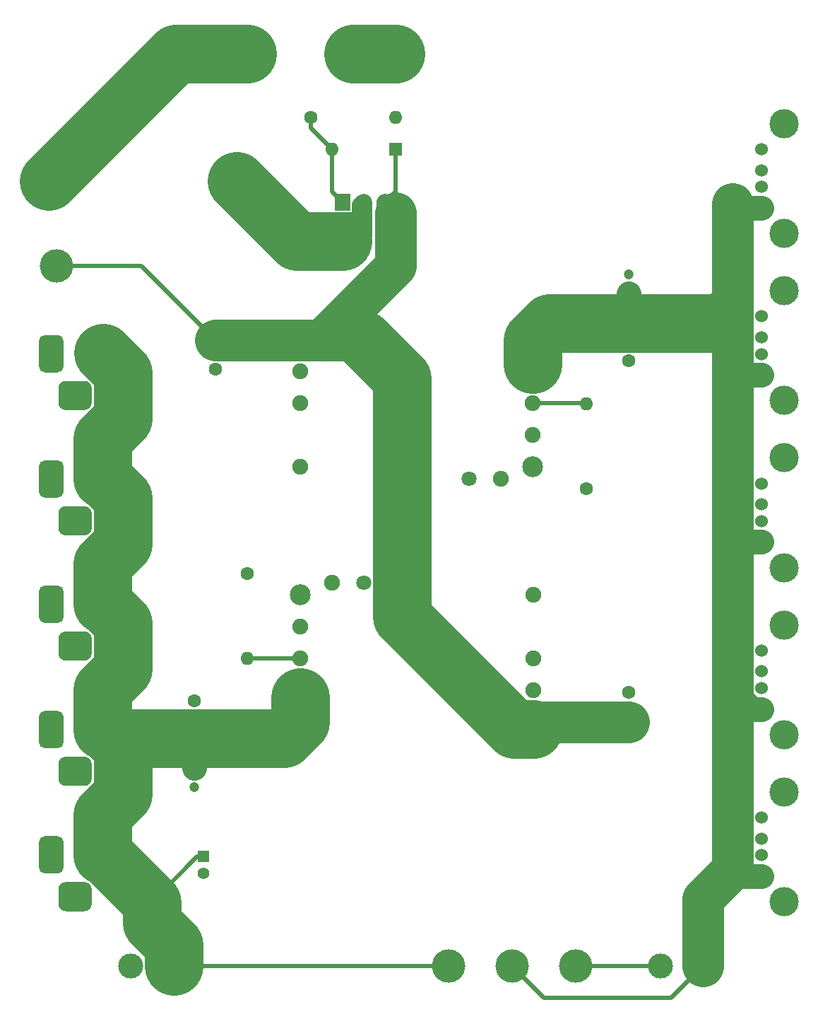
<source format=gtl>
%TF.GenerationSoftware,KiCad,Pcbnew,5.1.12-84ad8e8a86~92~ubuntu20.04.1*%
%TF.CreationDate,2021-11-20T18:36:58+00:00*%
%TF.ProjectId,single,73696e67-6c65-42e6-9b69-6361645f7063,rev?*%
%TF.SameCoordinates,Original*%
%TF.FileFunction,Copper,L1,Top*%
%TF.FilePolarity,Positive*%
%FSLAX46Y46*%
G04 Gerber Fmt 4.6, Leading zero omitted, Abs format (unit mm)*
G04 Created by KiCad (PCBNEW 5.1.12-84ad8e8a86~92~ubuntu20.04.1) date 2021-11-20 18:36:58*
%MOMM*%
%LPD*%
G01*
G04 APERTURE LIST*
%TA.AperFunction,ComponentPad*%
%ADD10C,1.524000*%
%TD*%
%TA.AperFunction,ComponentPad*%
%ADD11R,1.524000X1.524000*%
%TD*%
%TA.AperFunction,ComponentPad*%
%ADD12C,3.500000*%
%TD*%
%TA.AperFunction,ComponentPad*%
%ADD13O,1.600000X1.600000*%
%TD*%
%TA.AperFunction,ComponentPad*%
%ADD14C,1.600000*%
%TD*%
%TA.AperFunction,ComponentPad*%
%ADD15C,1.400000*%
%TD*%
%TA.AperFunction,ComponentPad*%
%ADD16R,1.400000X1.400000*%
%TD*%
%TA.AperFunction,ComponentPad*%
%ADD17C,3.200000*%
%TD*%
%TA.AperFunction,ComponentPad*%
%ADD18C,1.900000*%
%TD*%
%TA.AperFunction,ComponentPad*%
%ADD19C,1.800000*%
%TD*%
%TA.AperFunction,ComponentPad*%
%ADD20C,2.500000*%
%TD*%
%TA.AperFunction,ComponentPad*%
%ADD21C,3.000000*%
%TD*%
%TA.AperFunction,ComponentPad*%
%ADD22R,3.000000X3.000000*%
%TD*%
%TA.AperFunction,ComponentPad*%
%ADD23R,1.600000X1.600000*%
%TD*%
%TA.AperFunction,ComponentPad*%
%ADD24R,3.500000X4.500000*%
%TD*%
%TA.AperFunction,ComponentPad*%
%ADD25C,1.200000*%
%TD*%
%TA.AperFunction,ComponentPad*%
%ADD26R,1.200000X1.200000*%
%TD*%
%TA.AperFunction,SMDPad,CuDef*%
%ADD27C,4.000000*%
%TD*%
%TA.AperFunction,ComponentPad*%
%ADD28O,1.905000X2.000000*%
%TD*%
%TA.AperFunction,ComponentPad*%
%ADD29R,1.905000X2.000000*%
%TD*%
%TA.AperFunction,Conductor*%
%ADD30C,0.500000*%
%TD*%
%TA.AperFunction,Conductor*%
%ADD31C,2.000000*%
%TD*%
%TA.AperFunction,Conductor*%
%ADD32C,5.000000*%
%TD*%
%TA.AperFunction,Conductor*%
%ADD33C,7.000000*%
%TD*%
%TA.AperFunction,Conductor*%
%ADD34C,3.000000*%
%TD*%
G04 APERTURE END LIST*
D10*
%TO.P,USB4,4*%
%TO.N,GND*%
X109920000Y-56890000D03*
%TO.P,USB4,3*%
%TO.N,Net-(USB4-Pad3)*%
X109920000Y-59390000D03*
%TO.P,USB4,2*%
%TO.N,Net-(USB4-Pad2)*%
X109920000Y-61390000D03*
D11*
%TO.P,USB4,1*%
%TO.N,5V*%
X109920000Y-63890000D03*
D12*
%TO.P,USB4,5*%
%TO.N,GND*%
X112630000Y-66960000D03*
X112630000Y-53820000D03*
%TD*%
D13*
%TO.P,R2,2*%
%TO.N,Net-(Convert_5V1-Pad6)*%
X88900000Y-67310000D03*
D14*
%TO.P,R2,1*%
%TO.N,GND*%
X88900000Y-77470000D03*
%TD*%
D15*
%TO.P,FAN_12V1,2*%
%TO.N,GND*%
X43070000Y-123540000D03*
D16*
%TO.P,FAN_12V1,1*%
%TO.N,12V*%
X43070000Y-121540000D03*
%TD*%
D17*
%TO.P,F1,1*%
%TO.N,Net-(F1-Pad1)*%
X46990000Y-40640000D03*
%TO.P,F1,2*%
%TO.N,Net-(F1-Pad2)*%
X24490000Y-40640000D03*
%TD*%
D18*
%TO.P,Convert_5V1,34*%
%TO.N,Net-(Convert_5V1-Pad34)*%
X54610000Y-63490000D03*
%TO.P,Convert_5V1,33*%
%TO.N,Net-(Convert_5V1-Pad33)*%
X78710000Y-76290000D03*
D19*
%TO.P,Convert_5V1,32*%
%TO.N,Net-(Convert_5V1-Pad32)*%
X74910000Y-76290000D03*
D20*
%TO.P,Convert_5V1,8*%
%TO.N,5V*%
X82510000Y-59690000D03*
D18*
%TO.P,Convert_5V1,7*%
X82510000Y-63490000D03*
%TO.P,Convert_5V1,6*%
%TO.N,Net-(Convert_5V1-Pad6)*%
X82510000Y-67290000D03*
%TO.P,Convert_5V1,5*%
%TO.N,Net-(Convert_5V1-Pad5)*%
X82510000Y-71090000D03*
D20*
%TO.P,Convert_5V1,4*%
%TO.N,GND*%
X82510000Y-74890000D03*
D18*
%TO.P,Convert_5V1,3*%
X54610000Y-74890000D03*
%TO.P,Convert_5V1,2*%
X54610000Y-67290000D03*
%TO.P,Convert_5V1,1*%
%TO.N,24V*%
X54610000Y-59690000D03*
%TD*%
D10*
%TO.P,USB5,4*%
%TO.N,GND*%
X109920000Y-36890000D03*
%TO.P,USB5,3*%
%TO.N,Net-(USB5-Pad3)*%
X109920000Y-39390000D03*
%TO.P,USB5,2*%
%TO.N,Net-(USB5-Pad2)*%
X109920000Y-41390000D03*
D11*
%TO.P,USB5,1*%
%TO.N,5V*%
X109920000Y-43890000D03*
D12*
%TO.P,USB5,5*%
%TO.N,GND*%
X112630000Y-46960000D03*
X112630000Y-33820000D03*
%TD*%
D10*
%TO.P,USB1,4*%
%TO.N,GND*%
X109920000Y-116890000D03*
%TO.P,USB1,3*%
%TO.N,Net-(USB1-Pad3)*%
X109920000Y-119390000D03*
%TO.P,USB1,2*%
%TO.N,Net-(USB1-Pad2)*%
X109920000Y-121390000D03*
D11*
%TO.P,USB1,1*%
%TO.N,5V*%
X109920000Y-123890000D03*
D12*
%TO.P,USB1,5*%
%TO.N,GND*%
X112630000Y-126960000D03*
X112630000Y-113820000D03*
%TD*%
D21*
%TO.P,OUT_5V1,2*%
%TO.N,GND*%
X97790000Y-134620000D03*
D22*
%TO.P,OUT_5V1,1*%
%TO.N,5V*%
X102870000Y-134620000D03*
%TD*%
D14*
%TO.P,C3,2*%
%TO.N,GND*%
X93980000Y-62190000D03*
D23*
%TO.P,C3,1*%
%TO.N,5V*%
X93980000Y-59690000D03*
%TD*%
D21*
%TO.P,OUT_12V1,2*%
%TO.N,GND*%
X34290000Y-134620000D03*
D22*
%TO.P,OUT_12V1,1*%
%TO.N,12V*%
X39370000Y-134620000D03*
%TD*%
D14*
%TO.P,C6,2*%
%TO.N,GND*%
X41910000Y-102910000D03*
D23*
%TO.P,C6,1*%
%TO.N,12V*%
X41910000Y-105410000D03*
%TD*%
D21*
%TO.P,IN_24V+1,2*%
%TO.N,Net-(F1-Pad2)*%
X48260000Y-25400000D03*
D22*
%TO.P,IN_24V+1,1*%
X43180000Y-25400000D03*
%TD*%
%TO.P,DC2,2*%
%TO.N,Net-(DC2-Pad2)*%
%TA.AperFunction,ComponentPad*%
G36*
G01*
X25650000Y-112225000D02*
X25650000Y-110475000D01*
G75*
G02*
X26525000Y-109600000I875000J0D01*
G01*
X28775000Y-109600000D01*
G75*
G02*
X29650000Y-110475000I0J-875000D01*
G01*
X29650000Y-112225000D01*
G75*
G02*
X28775000Y-113100000I-875000J0D01*
G01*
X26525000Y-113100000D01*
G75*
G02*
X25650000Y-112225000I0J875000D01*
G01*
G37*
%TD.AperFunction*%
%TO.P,DC2,3*%
%TO.N,GND*%
%TA.AperFunction,ComponentPad*%
G36*
G01*
X23300000Y-107850000D02*
X23300000Y-104850000D01*
G75*
G02*
X24050000Y-104100000I750000J0D01*
G01*
X25550000Y-104100000D01*
G75*
G02*
X26300000Y-104850000I0J-750000D01*
G01*
X26300000Y-107850000D01*
G75*
G02*
X25550000Y-108600000I-750000J0D01*
G01*
X24050000Y-108600000D01*
G75*
G02*
X23300000Y-107850000I0J750000D01*
G01*
G37*
%TD.AperFunction*%
D24*
%TO.P,DC2,1*%
%TO.N,12V*%
X30950000Y-106350000D03*
%TD*%
%TO.P,DC4,2*%
%TO.N,Net-(DC4-Pad2)*%
%TA.AperFunction,ComponentPad*%
G36*
G01*
X25650000Y-82225000D02*
X25650000Y-80475000D01*
G75*
G02*
X26525000Y-79600000I875000J0D01*
G01*
X28775000Y-79600000D01*
G75*
G02*
X29650000Y-80475000I0J-875000D01*
G01*
X29650000Y-82225000D01*
G75*
G02*
X28775000Y-83100000I-875000J0D01*
G01*
X26525000Y-83100000D01*
G75*
G02*
X25650000Y-82225000I0J875000D01*
G01*
G37*
%TD.AperFunction*%
%TO.P,DC4,3*%
%TO.N,GND*%
%TA.AperFunction,ComponentPad*%
G36*
G01*
X23300000Y-77850000D02*
X23300000Y-74850000D01*
G75*
G02*
X24050000Y-74100000I750000J0D01*
G01*
X25550000Y-74100000D01*
G75*
G02*
X26300000Y-74850000I0J-750000D01*
G01*
X26300000Y-77850000D01*
G75*
G02*
X25550000Y-78600000I-750000J0D01*
G01*
X24050000Y-78600000D01*
G75*
G02*
X23300000Y-77850000I0J750000D01*
G01*
G37*
%TD.AperFunction*%
%TO.P,DC4,1*%
%TO.N,12V*%
X30950000Y-76350000D03*
%TD*%
%TO.P,DC1,2*%
%TO.N,Net-(DC1-Pad2)*%
%TA.AperFunction,ComponentPad*%
G36*
G01*
X25650000Y-127225000D02*
X25650000Y-125475000D01*
G75*
G02*
X26525000Y-124600000I875000J0D01*
G01*
X28775000Y-124600000D01*
G75*
G02*
X29650000Y-125475000I0J-875000D01*
G01*
X29650000Y-127225000D01*
G75*
G02*
X28775000Y-128100000I-875000J0D01*
G01*
X26525000Y-128100000D01*
G75*
G02*
X25650000Y-127225000I0J875000D01*
G01*
G37*
%TD.AperFunction*%
%TO.P,DC1,3*%
%TO.N,GND*%
%TA.AperFunction,ComponentPad*%
G36*
G01*
X23300000Y-122850000D02*
X23300000Y-119850000D01*
G75*
G02*
X24050000Y-119100000I750000J0D01*
G01*
X25550000Y-119100000D01*
G75*
G02*
X26300000Y-119850000I0J-750000D01*
G01*
X26300000Y-122850000D01*
G75*
G02*
X25550000Y-123600000I-750000J0D01*
G01*
X24050000Y-123600000D01*
G75*
G02*
X23300000Y-122850000I0J750000D01*
G01*
G37*
%TD.AperFunction*%
%TO.P,DC1,1*%
%TO.N,12V*%
X30950000Y-121350000D03*
%TD*%
D13*
%TO.P,R3,2*%
%TO.N,Net-(Convert_12V1-Pad6)*%
X48260000Y-97790000D03*
D14*
%TO.P,R3,1*%
%TO.N,GND*%
X48260000Y-87630000D03*
%TD*%
D18*
%TO.P,Convert_12V1,34*%
%TO.N,Net-(Convert_12V1-Pad34)*%
X82550000Y-101610000D03*
%TO.P,Convert_12V1,33*%
%TO.N,Net-(Convert_12V1-Pad33)*%
X58450000Y-88810000D03*
D19*
%TO.P,Convert_12V1,32*%
%TO.N,Net-(Convert_12V1-Pad32)*%
X62250000Y-88810000D03*
D20*
%TO.P,Convert_12V1,8*%
%TO.N,12V*%
X54650000Y-105410000D03*
D18*
%TO.P,Convert_12V1,7*%
X54650000Y-101610000D03*
%TO.P,Convert_12V1,6*%
%TO.N,Net-(Convert_12V1-Pad6)*%
X54650000Y-97810000D03*
%TO.P,Convert_12V1,5*%
%TO.N,Net-(Convert_12V1-Pad5)*%
X54650000Y-94010000D03*
D20*
%TO.P,Convert_12V1,4*%
%TO.N,GND*%
X54650000Y-90210000D03*
D18*
%TO.P,Convert_12V1,3*%
X82550000Y-90210000D03*
%TO.P,Convert_12V1,2*%
X82550000Y-97810000D03*
%TO.P,Convert_12V1,1*%
%TO.N,24V*%
X82550000Y-105410000D03*
%TD*%
D25*
%TO.P,C2,2*%
%TO.N,GND*%
X93980000Y-51840000D03*
D26*
%TO.P,C2,1*%
%TO.N,5V*%
X93980000Y-53340000D03*
%TD*%
D10*
%TO.P,USB2,4*%
%TO.N,GND*%
X109920000Y-96890000D03*
%TO.P,USB2,3*%
%TO.N,Net-(USB2-Pad3)*%
X109920000Y-99390000D03*
%TO.P,USB2,2*%
%TO.N,Net-(USB2-Pad2)*%
X109920000Y-101390000D03*
D11*
%TO.P,USB2,1*%
%TO.N,5V*%
X109920000Y-103890000D03*
D12*
%TO.P,USB2,5*%
%TO.N,GND*%
X112630000Y-106960000D03*
X112630000Y-93820000D03*
%TD*%
D10*
%TO.P,USB3,4*%
%TO.N,GND*%
X109920000Y-76890000D03*
%TO.P,USB3,3*%
%TO.N,Net-(USB3-Pad3)*%
X109920000Y-79390000D03*
%TO.P,USB3,2*%
%TO.N,Net-(USB3-Pad2)*%
X109920000Y-81390000D03*
D11*
%TO.P,USB3,1*%
%TO.N,5V*%
X109920000Y-83890000D03*
D12*
%TO.P,USB3,5*%
%TO.N,GND*%
X112630000Y-86960000D03*
X112630000Y-73820000D03*
%TD*%
D14*
%TO.P,C4,2*%
%TO.N,GND*%
X93980000Y-101910000D03*
D23*
%TO.P,C4,1*%
%TO.N,24V*%
X93980000Y-105410000D03*
%TD*%
D21*
%TO.P,IN_24V-1,2*%
%TO.N,GND*%
X66040000Y-25400000D03*
D22*
%TO.P,IN_24V-1,1*%
X60960000Y-25400000D03*
%TD*%
%TO.P,DC5,2*%
%TO.N,Net-(DC5-Pad2)*%
%TA.AperFunction,ComponentPad*%
G36*
G01*
X25650000Y-67225000D02*
X25650000Y-65475000D01*
G75*
G02*
X26525000Y-64600000I875000J0D01*
G01*
X28775000Y-64600000D01*
G75*
G02*
X29650000Y-65475000I0J-875000D01*
G01*
X29650000Y-67225000D01*
G75*
G02*
X28775000Y-68100000I-875000J0D01*
G01*
X26525000Y-68100000D01*
G75*
G02*
X25650000Y-67225000I0J875000D01*
G01*
G37*
%TD.AperFunction*%
%TO.P,DC5,3*%
%TO.N,GND*%
%TA.AperFunction,ComponentPad*%
G36*
G01*
X23300000Y-62850000D02*
X23300000Y-59850000D01*
G75*
G02*
X24050000Y-59100000I750000J0D01*
G01*
X25550000Y-59100000D01*
G75*
G02*
X26300000Y-59850000I0J-750000D01*
G01*
X26300000Y-62850000D01*
G75*
G02*
X25550000Y-63600000I-750000J0D01*
G01*
X24050000Y-63600000D01*
G75*
G02*
X23300000Y-62850000I0J750000D01*
G01*
G37*
%TD.AperFunction*%
D24*
%TO.P,DC5,1*%
%TO.N,12V*%
X30950000Y-61350000D03*
%TD*%
D25*
%TO.P,C5,2*%
%TO.N,GND*%
X41910000Y-113260000D03*
D26*
%TO.P,C5,1*%
%TO.N,12V*%
X41910000Y-111760000D03*
%TD*%
D14*
%TO.P,C1,2*%
%TO.N,GND*%
X44450000Y-63190000D03*
D23*
%TO.P,C1,1*%
%TO.N,24V*%
X44450000Y-59690000D03*
%TD*%
%TO.P,DC3,2*%
%TO.N,Net-(DC3-Pad2)*%
%TA.AperFunction,ComponentPad*%
G36*
G01*
X25650000Y-97225000D02*
X25650000Y-95475000D01*
G75*
G02*
X26525000Y-94600000I875000J0D01*
G01*
X28775000Y-94600000D01*
G75*
G02*
X29650000Y-95475000I0J-875000D01*
G01*
X29650000Y-97225000D01*
G75*
G02*
X28775000Y-98100000I-875000J0D01*
G01*
X26525000Y-98100000D01*
G75*
G02*
X25650000Y-97225000I0J875000D01*
G01*
G37*
%TD.AperFunction*%
%TO.P,DC3,3*%
%TO.N,GND*%
%TA.AperFunction,ComponentPad*%
G36*
G01*
X23300000Y-92850000D02*
X23300000Y-89850000D01*
G75*
G02*
X24050000Y-89100000I750000J0D01*
G01*
X25550000Y-89100000D01*
G75*
G02*
X26300000Y-89850000I0J-750000D01*
G01*
X26300000Y-92850000D01*
G75*
G02*
X25550000Y-93600000I-750000J0D01*
G01*
X24050000Y-93600000D01*
G75*
G02*
X23300000Y-92850000I0J750000D01*
G01*
G37*
%TD.AperFunction*%
D24*
%TO.P,DC3,1*%
%TO.N,12V*%
X30950000Y-91350000D03*
%TD*%
D27*
%TO.P,TP_GND1,1*%
%TO.N,GND*%
X87630000Y-134620000D03*
%TD*%
%TO.P,TP_5V1,1*%
%TO.N,5V*%
X80010000Y-134620000D03*
%TD*%
%TO.P,TP_24V1,1*%
%TO.N,24V*%
X25400000Y-50800000D03*
%TD*%
%TO.P,TP_12V1,1*%
%TO.N,12V*%
X72390000Y-134620000D03*
%TD*%
D13*
%TO.P,R1,2*%
%TO.N,GND*%
X66040000Y-33020000D03*
D14*
%TO.P,R1,1*%
%TO.N,Net-(D1-Pad2)*%
X55880000Y-33020000D03*
%TD*%
D28*
%TO.P,Q1,3*%
%TO.N,24V*%
X64770000Y-43180000D03*
%TO.P,Q1,2*%
%TO.N,Net-(F1-Pad1)*%
X62230000Y-43180000D03*
D29*
%TO.P,Q1,1*%
%TO.N,Net-(D1-Pad2)*%
X59690000Y-43180000D03*
%TD*%
D13*
%TO.P,D1,2*%
%TO.N,Net-(D1-Pad2)*%
X58420000Y-36830000D03*
D23*
%TO.P,D1,1*%
%TO.N,24V*%
X66040000Y-36830000D03*
%TD*%
D30*
%TO.N,24V*%
X66040000Y-41910000D02*
X64770000Y-43180000D01*
X66040000Y-36830000D02*
X66040000Y-41910000D01*
D31*
X64770000Y-48260000D02*
X64770000Y-43180000D01*
X66040000Y-44450000D02*
X64770000Y-43180000D01*
X66040000Y-48260000D02*
X66040000Y-44450000D01*
D32*
X54610000Y-59690000D02*
X57150000Y-59690000D01*
X66040000Y-50800000D02*
X66040000Y-44450000D01*
X57150000Y-59690000D02*
X66040000Y-50800000D01*
X54610000Y-59690000D02*
X56212002Y-59690000D01*
X54610000Y-59690000D02*
X44450000Y-59690000D01*
D30*
X35560000Y-50800000D02*
X44450000Y-59690000D01*
X25400000Y-50800000D02*
X35560000Y-50800000D01*
D32*
X56212002Y-59690000D02*
X62230000Y-59690000D01*
D33*
X80317999Y-106260001D02*
X82550000Y-106260001D01*
X66850001Y-92792003D02*
X80317999Y-106260001D01*
X66850001Y-64310001D02*
X66850001Y-92792003D01*
X62230000Y-59690000D02*
X66850001Y-64310001D01*
D32*
X82550000Y-105410000D02*
X93980000Y-105410000D01*
D33*
%TO.N,GND*%
X66040000Y-25400000D02*
X60960000Y-25400000D01*
D30*
X87630000Y-134620000D02*
X97790000Y-134620000D01*
D32*
%TO.N,5V*%
X106457999Y-123051761D02*
X106457999Y-106545999D01*
X102870000Y-126639760D02*
X106457999Y-123051761D01*
D34*
X107296238Y-123890000D02*
X106457999Y-123051761D01*
X109920000Y-123890000D02*
X107296238Y-123890000D01*
X108776238Y-103890000D02*
X107534237Y-102647999D01*
X109920000Y-103890000D02*
X108776238Y-103890000D01*
X107534237Y-102647999D02*
X106457999Y-102647999D01*
D32*
X106457999Y-106545999D02*
X106457999Y-102647999D01*
D34*
X107880000Y-83890000D02*
X106457999Y-85312001D01*
X109920000Y-83890000D02*
X107880000Y-83890000D01*
D32*
X106457999Y-102647999D02*
X106457999Y-85312001D01*
D34*
X107560000Y-63890000D02*
X106457999Y-64992001D01*
X109920000Y-63890000D02*
X107560000Y-63890000D01*
D32*
X106457999Y-64992001D02*
X106457999Y-43402001D01*
X106457999Y-85312001D02*
X106457999Y-64992001D01*
D34*
X106945998Y-43890000D02*
X106457999Y-43402001D01*
X109920000Y-43890000D02*
X106945998Y-43890000D01*
D30*
X101600000Y-132080000D02*
X102870000Y-133350000D01*
D32*
X102870000Y-133350000D02*
X102870000Y-126639760D01*
X102870000Y-134620000D02*
X102870000Y-133350000D01*
D30*
X80010000Y-134620000D02*
X83820000Y-138430000D01*
X99060000Y-138430000D02*
X102870000Y-134620000D01*
X83820000Y-138430000D02*
X99060000Y-138430000D01*
D33*
X82510000Y-59690000D02*
X82510000Y-62639999D01*
D34*
X93980000Y-59690000D02*
X93980000Y-54140001D01*
D33*
X105187999Y-57372001D02*
X105457999Y-57372001D01*
X104870001Y-57689999D02*
X105187999Y-57372001D01*
X84510001Y-57689999D02*
X104870001Y-57689999D01*
X82510000Y-59690000D02*
X84510001Y-57689999D01*
%TO.N,12V*%
X30950000Y-91350000D02*
X30950000Y-90970000D01*
X33350010Y-93579968D02*
X31035021Y-91264979D01*
X33350010Y-99120032D02*
X33350010Y-93579968D01*
X30950000Y-101520042D02*
X33350010Y-99120032D01*
X30950000Y-106350000D02*
X30950000Y-101520042D01*
X33350010Y-63579968D02*
X31035021Y-61264979D01*
X33350010Y-69120032D02*
X33350010Y-63579968D01*
X30950000Y-71520042D02*
X33350010Y-69120032D01*
X30950000Y-76350000D02*
X30950000Y-71520042D01*
X31120042Y-76350000D02*
X30950000Y-76350000D01*
X33350010Y-78579968D02*
X31120042Y-76350000D01*
X33350010Y-84120032D02*
X33350010Y-78579968D01*
X30950000Y-86520042D02*
X33350010Y-84120032D01*
X30950000Y-91350000D02*
X30950000Y-86520042D01*
X30950000Y-121350000D02*
X31180000Y-121350000D01*
X39490001Y-132123999D02*
X39490001Y-134620000D01*
X36830000Y-129463998D02*
X39490001Y-132123999D01*
X36830000Y-127000000D02*
X36830000Y-129463998D01*
X31180000Y-121350000D02*
X36830000Y-127000000D01*
D30*
X71120000Y-134620000D02*
X72390000Y-135890000D01*
X39370000Y-134620000D02*
X71120000Y-134620000D01*
D33*
X54650000Y-105410000D02*
X54650000Y-102460001D01*
X33350010Y-108579968D02*
X33350010Y-114120032D01*
X32180043Y-107410001D02*
X33350010Y-108579968D01*
X52649999Y-107410001D02*
X32180043Y-107410001D01*
X30950000Y-116520042D02*
X30950000Y-121350000D01*
X33350010Y-114120032D02*
X30950000Y-116520042D01*
X54650000Y-105410000D02*
X52649999Y-107410001D01*
D34*
X41910000Y-105410000D02*
X41910000Y-110959999D01*
D30*
X42290000Y-121540000D02*
X36830000Y-127000000D01*
X43070000Y-121540000D02*
X42290000Y-121540000D01*
%TO.N,Net-(Convert_12V1-Pad6)*%
X54630000Y-97790000D02*
X54650000Y-97810000D01*
X48260000Y-97790000D02*
X54630000Y-97790000D01*
%TO.N,Net-(Convert_5V1-Pad6)*%
X88880000Y-67290000D02*
X88900000Y-67310000D01*
X82510000Y-67290000D02*
X88880000Y-67290000D01*
%TO.N,Net-(D1-Pad2)*%
X55880000Y-34290000D02*
X58420000Y-36830000D01*
X55880000Y-33020000D02*
X55880000Y-34290000D01*
X58420000Y-41910000D02*
X59690000Y-43180000D01*
X58420000Y-36830000D02*
X58420000Y-41910000D01*
D33*
%TO.N,Net-(F1-Pad1)*%
X46990000Y-40640000D02*
X54230001Y-47880001D01*
X54230001Y-47880001D02*
X55777499Y-47880001D01*
D31*
X62230000Y-43180000D02*
X62230000Y-47267142D01*
D33*
X55777499Y-47880001D02*
X59690000Y-47880001D01*
D31*
X62230000Y-43180000D02*
X61842501Y-43567499D01*
X61602501Y-45380001D02*
X59690000Y-45380001D01*
X61842501Y-45140001D02*
X61842501Y-43567499D01*
X61602501Y-45380001D02*
X61842501Y-45140001D01*
D33*
%TO.N,Net-(F1-Pad2)*%
X39730000Y-25400000D02*
X24490000Y-40640000D01*
X43180000Y-25400000D02*
X39730000Y-25400000D01*
X48260000Y-25400000D02*
X43180000Y-25400000D01*
%TD*%
M02*

</source>
